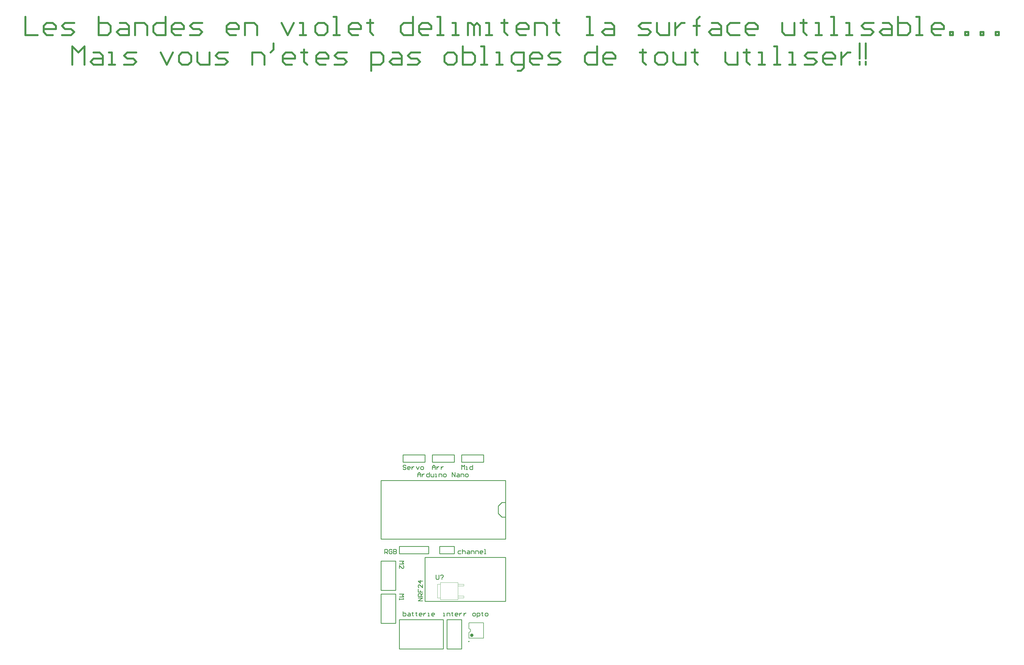
<source format=gto>
G04 Layer_Color=65535*
%FSLAX24Y24*%
%MOIN*%
G70*
G01*
G75*
%ADD25C,0.0236*%
%ADD26C,0.0098*%
%ADD27C,0.0079*%
%ADD28C,0.0039*%
%ADD29C,0.0100*%
%ADD30C,0.0250*%
G54D25*
X4008Y-11150D02*
G03*
X4008Y-11150I-118J0D01*
G01*
G54D26*
X3537Y-12000D02*
G03*
X3537Y-12000I-49J0D01*
G01*
G54D27*
X3496Y-10750D02*
G03*
X3496Y-10250I0J250D01*
G01*
X5504Y-11543D02*
Y-9457D01*
X3496Y-10250D02*
Y-9457D01*
Y-11543D02*
Y-10750D01*
Y-9457D02*
X5504D01*
X3496Y-11543D02*
X5504D01*
G54D28*
X-799Y-4168D02*
X-406D01*
X-799Y-6039D02*
Y-4168D01*
Y-6039D02*
X-406D01*
Y-6295D02*
X1996D01*
Y-3933D01*
X-406D02*
X1996D01*
X-406Y-6295D02*
Y-3933D01*
X1996Y-6039D02*
X2783D01*
X1996Y-5783D02*
X2783D01*
Y-6039D02*
Y-5783D01*
X1996Y-4425D02*
X2783D01*
X1996Y-4169D02*
X2783D01*
Y-4425D02*
Y-4169D01*
G54D29*
X500Y-9000D02*
X2500D01*
Y-13000D02*
Y-9000D01*
X500Y-13000D02*
X2500D01*
X500D02*
Y-9000D01*
X-500Y1000D02*
X1500D01*
X-500Y0D02*
Y1000D01*
Y0D02*
X1500D01*
Y1000D01*
X-8500Y-5500D02*
X-6500D01*
Y-9500D02*
Y-5500D01*
X-8500Y-9500D02*
X-6500D01*
X-8500D02*
Y-5500D01*
Y-1000D02*
X-6500D01*
Y-5000D02*
Y-1000D01*
X-8500Y-5000D02*
X-6500D01*
X-8500D02*
Y-1000D01*
X0Y-13000D02*
Y-9000D01*
X-6000Y-13000D02*
X0D01*
X-6000D02*
Y-9000D01*
X0D01*
X-2000Y0D02*
Y1000D01*
X-6000D02*
X-2000D01*
X-6000Y0D02*
Y1000D01*
Y0D02*
X-2000D01*
X-5500Y12500D02*
Y13500D01*
X-2500D01*
Y12500D02*
Y13500D01*
X-5500Y12500D02*
X-2500D01*
X2500D02*
Y13500D01*
X5500D01*
Y12500D02*
Y13500D01*
X2500Y12500D02*
X5500D01*
X7500Y5500D02*
Y6500D01*
X8000Y7000D01*
X8500D01*
X7500Y5500D02*
X8000Y5000D01*
X8500D01*
X-8500Y10000D02*
X8500D01*
X-8500Y2000D02*
Y10000D01*
Y2000D02*
X8500D01*
Y10000D01*
X-1500Y12500D02*
Y13500D01*
X1500D01*
Y12500D02*
Y13500D01*
X-1500Y12500D02*
X1500D01*
X8500Y-6500D02*
Y-500D01*
X4000D02*
X8500D01*
X2000Y-6500D02*
X8500D01*
X-1000Y-500D02*
X4000D01*
X-2500Y-4500D02*
Y-500D01*
Y-6500D02*
Y-4500D01*
X1000Y-6500D02*
X2000D01*
X-2500D02*
X1000D01*
X-2500Y-500D02*
X-1000D01*
X4100Y-8500D02*
X4300D01*
X4400Y-8400D01*
Y-8200D01*
X4300Y-8100D01*
X4100D01*
X4000Y-8200D01*
Y-8400D01*
X4100Y-8500D01*
X4600Y-8700D02*
Y-8100D01*
X4900D01*
X5000Y-8200D01*
Y-8400D01*
X4900Y-8500D01*
X4600D01*
X5300Y-8000D02*
Y-8100D01*
X5200D01*
X5400D01*
X5300D01*
Y-8400D01*
X5400Y-8500D01*
X5799D02*
X5999D01*
X6099Y-8400D01*
Y-8200D01*
X5999Y-8100D01*
X5799D01*
X5699Y-8200D01*
Y-8400D01*
X5799Y-8500D01*
X-1000Y-2900D02*
Y-3400D01*
X-900Y-3500D01*
X-700D01*
X-600Y-3400D01*
Y-2900D01*
X-400Y-3000D02*
X-300Y-2900D01*
X-100D01*
X-0Y-3000D01*
Y-3100D01*
X-200Y-3300D01*
Y-3400D02*
Y-3500D01*
X0Y-8500D02*
X200D01*
X100D01*
Y-8100D01*
X0D01*
X500Y-8500D02*
Y-8100D01*
X800D01*
X900Y-8200D01*
Y-8500D01*
X1200Y-8000D02*
Y-8100D01*
X1100D01*
X1300D01*
X1200D01*
Y-8400D01*
X1300Y-8500D01*
X1899D02*
X1699D01*
X1599Y-8400D01*
Y-8200D01*
X1699Y-8100D01*
X1899D01*
X1999Y-8200D01*
Y-8300D01*
X1599D01*
X2199Y-8100D02*
Y-8500D01*
Y-8300D01*
X2299Y-8200D01*
X2399Y-8100D01*
X2499D01*
X2799D02*
Y-8500D01*
Y-8300D01*
X2899Y-8200D01*
X2999Y-8100D01*
X3099D01*
X-6000Y-1000D02*
X-5400D01*
X-5600Y-1200D01*
X-5400Y-1400D01*
X-6000D01*
Y-2000D02*
Y-1600D01*
X-5600Y-2000D01*
X-5500D01*
X-5400Y-1900D01*
Y-1700D01*
X-5500Y-1600D01*
X-6000Y-5500D02*
X-5400D01*
X-5600Y-5700D01*
X-5400Y-5900D01*
X-6000D01*
Y-6100D02*
Y-6300D01*
Y-6200D01*
X-5400D01*
X-5500Y-6100D01*
X-5500Y-7900D02*
Y-8500D01*
X-5200D01*
X-5100Y-8400D01*
Y-8300D01*
Y-8200D01*
X-5200Y-8100D01*
X-5500D01*
X-4800D02*
X-4600D01*
X-4500Y-8200D01*
Y-8500D01*
X-4800D01*
X-4900Y-8400D01*
X-4800Y-8300D01*
X-4500D01*
X-4200Y-8000D02*
Y-8100D01*
X-4300D01*
X-4100D01*
X-4200D01*
Y-8400D01*
X-4100Y-8500D01*
X-3701Y-8000D02*
Y-8100D01*
X-3801D01*
X-3601D01*
X-3701D01*
Y-8400D01*
X-3601Y-8500D01*
X-3001D02*
X-3201D01*
X-3301Y-8400D01*
Y-8200D01*
X-3201Y-8100D01*
X-3001D01*
X-2901Y-8200D01*
Y-8300D01*
X-3301D01*
X-2701Y-8100D02*
Y-8500D01*
Y-8300D01*
X-2601Y-8200D01*
X-2501Y-8100D01*
X-2401D01*
X-2101Y-8500D02*
X-1901D01*
X-2001D01*
Y-8100D01*
X-2101D01*
X-1301Y-8500D02*
X-1501D01*
X-1601Y-8400D01*
Y-8200D01*
X-1501Y-8100D01*
X-1301D01*
X-1201Y-8200D01*
Y-8300D01*
X-1601D01*
X-5100Y12000D02*
X-5200Y12100D01*
X-5400D01*
X-5500Y12000D01*
Y11900D01*
X-5400Y11800D01*
X-5200D01*
X-5100Y11700D01*
Y11600D01*
X-5200Y11500D01*
X-5400D01*
X-5500Y11600D01*
X-4600Y11500D02*
X-4800D01*
X-4900Y11600D01*
Y11800D01*
X-4800Y11900D01*
X-4600D01*
X-4500Y11800D01*
Y11700D01*
X-4900D01*
X-4300Y11900D02*
Y11500D01*
Y11700D01*
X-4200Y11800D01*
X-4100Y11900D01*
X-4000D01*
X-3701D02*
X-3501Y11500D01*
X-3301Y11900D01*
X-3001Y11500D02*
X-2801D01*
X-2701Y11600D01*
Y11800D01*
X-2801Y11900D01*
X-3001D01*
X-3101Y11800D01*
Y11600D01*
X-3001Y11500D01*
X-8000Y0D02*
Y600D01*
X-7700D01*
X-7600Y500D01*
Y300D01*
X-7700Y200D01*
X-8000D01*
X-7800D02*
X-7600Y0D01*
X-7000Y500D02*
X-7100Y600D01*
X-7300D01*
X-7400Y500D01*
Y100D01*
X-7300Y0D01*
X-7100D01*
X-7000Y100D01*
Y300D01*
X-7200D01*
X-6800Y600D02*
Y0D01*
X-6500D01*
X-6401Y100D01*
Y200D01*
X-6500Y300D01*
X-6800D01*
X-6500D01*
X-6401Y400D01*
Y500D01*
X-6500Y600D01*
X-6800D01*
X-2845Y-6455D02*
X-3445D01*
X-2845Y-6055D01*
X-3445D01*
X-2845Y-5855D02*
X-3445D01*
Y-5555D01*
X-3345Y-5455D01*
X-3145D01*
X-3045Y-5555D01*
Y-5855D01*
Y-5655D02*
X-2845Y-5455D01*
X-3445Y-4856D02*
Y-5255D01*
X-3145D01*
Y-5055D01*
Y-5255D01*
X-2845D01*
Y-4256D02*
Y-4656D01*
X-3245Y-4256D01*
X-3345D01*
X-3445Y-4356D01*
Y-4556D01*
X-3345Y-4656D01*
X-2845Y-3756D02*
X-3445D01*
X-3145Y-4056D01*
Y-3656D01*
X2500Y11500D02*
Y12100D01*
X2700Y11900D01*
X2900Y12100D01*
Y11500D01*
X3100D02*
X3300D01*
X3200D01*
Y11900D01*
X3100D01*
X4000Y12100D02*
Y11500D01*
X3700D01*
X3600Y11600D01*
Y11800D01*
X3700Y11900D01*
X4000D01*
X2400Y400D02*
X2100D01*
X2000Y300D01*
Y100D01*
X2100Y0D01*
X2400D01*
X2600Y600D02*
Y0D01*
Y300D01*
X2700Y400D01*
X2900D01*
X3000Y300D01*
Y0D01*
X3300Y400D02*
X3500D01*
X3599Y300D01*
Y0D01*
X3300D01*
X3200Y100D01*
X3300Y200D01*
X3599D01*
X3799Y0D02*
Y400D01*
X4099D01*
X4199Y300D01*
Y0D01*
X4399D02*
Y400D01*
X4699D01*
X4799Y300D01*
Y0D01*
X5299D02*
X5099D01*
X4999Y100D01*
Y300D01*
X5099Y400D01*
X5299D01*
X5399Y300D01*
Y200D01*
X4999D01*
X5599Y0D02*
X5799D01*
X5699D01*
Y600D01*
X5599D01*
X-1500Y11500D02*
Y11900D01*
X-1300Y12100D01*
X-1100Y11900D01*
Y11500D01*
Y11800D01*
X-1500D01*
X-900Y11900D02*
Y11500D01*
Y11700D01*
X-800Y11800D01*
X-700Y11900D01*
X-600D01*
X-300D02*
Y11500D01*
Y11700D01*
X-200Y11800D01*
X-100Y11900D01*
X-0D01*
X-3500Y10500D02*
Y10900D01*
X-3300Y11100D01*
X-3100Y10900D01*
Y10500D01*
Y10800D01*
X-3500D01*
X-2900Y10900D02*
Y10500D01*
Y10700D01*
X-2800Y10800D01*
X-2700Y10900D01*
X-2600D01*
X-1901Y11100D02*
Y10500D01*
X-2200D01*
X-2300Y10600D01*
Y10800D01*
X-2200Y10900D01*
X-1901D01*
X-1701D02*
Y10600D01*
X-1601Y10500D01*
X-1301D01*
Y10900D01*
X-1101Y10500D02*
X-901D01*
X-1001D01*
Y10900D01*
X-1101D01*
X-601Y10500D02*
Y10900D01*
X-301D01*
X-201Y10800D01*
Y10500D01*
X99D02*
X299D01*
X399Y10600D01*
Y10800D01*
X299Y10900D01*
X99D01*
X-1Y10800D01*
Y10600D01*
X99Y10500D01*
X1198D02*
Y11100D01*
X1598Y10500D01*
Y11100D01*
X1898Y10900D02*
X2098D01*
X2198Y10800D01*
Y10500D01*
X1898D01*
X1798Y10600D01*
X1898Y10700D01*
X2198D01*
X2398Y10500D02*
Y10900D01*
X2698D01*
X2798Y10800D01*
Y10500D01*
X3098D02*
X3298D01*
X3398Y10600D01*
Y10800D01*
X3298Y10900D01*
X3098D01*
X2998Y10800D01*
Y10600D01*
X3098Y10500D01*
G54D30*
X-50650Y66750D02*
Y69249D01*
X-49817Y68416D01*
X-48984Y69249D01*
Y66750D01*
X-47734Y68416D02*
X-46901D01*
X-46485Y68000D01*
Y66750D01*
X-47734D01*
X-48151Y67167D01*
X-47734Y67583D01*
X-46485D01*
X-45652Y66750D02*
X-44819D01*
X-45235D01*
Y68416D01*
X-45652D01*
X-43569Y66750D02*
X-42319D01*
X-41903Y67167D01*
X-42319Y67583D01*
X-43152D01*
X-43569Y68000D01*
X-43152Y68416D01*
X-41903D01*
X-38571D02*
X-37738Y66750D01*
X-36904Y68416D01*
X-35655Y66750D02*
X-34822D01*
X-34405Y67167D01*
Y68000D01*
X-34822Y68416D01*
X-35655D01*
X-36071Y68000D01*
Y67167D01*
X-35655Y66750D01*
X-33572Y68416D02*
Y67167D01*
X-33156Y66750D01*
X-31906D01*
Y68416D01*
X-31073Y66750D02*
X-29823D01*
X-29407Y67167D01*
X-29823Y67583D01*
X-30656D01*
X-31073Y68000D01*
X-30656Y68416D01*
X-29407D01*
X-26075Y66750D02*
Y68416D01*
X-24825D01*
X-24408Y68000D01*
Y66750D01*
X-23159Y69666D02*
Y68833D01*
X-23575Y68416D01*
X-20660Y66750D02*
X-21493D01*
X-21909Y67167D01*
Y68000D01*
X-21493Y68416D01*
X-20660D01*
X-20243Y68000D01*
Y67583D01*
X-21909D01*
X-18994Y68833D02*
Y68416D01*
X-19410D01*
X-18577D01*
X-18994D01*
Y67167D01*
X-18577Y66750D01*
X-16078D02*
X-16911D01*
X-17327Y67167D01*
Y68000D01*
X-16911Y68416D01*
X-16078D01*
X-15661Y68000D01*
Y67583D01*
X-17327D01*
X-14828Y66750D02*
X-13579D01*
X-13162Y67167D01*
X-13579Y67583D01*
X-14412D01*
X-14828Y68000D01*
X-14412Y68416D01*
X-13162D01*
X-9830Y65917D02*
Y68416D01*
X-8580D01*
X-8164Y68000D01*
Y67167D01*
X-8580Y66750D01*
X-9830D01*
X-6914Y68416D02*
X-6081D01*
X-5665Y68000D01*
Y66750D01*
X-6914D01*
X-7331Y67167D01*
X-6914Y67583D01*
X-5665D01*
X-4831Y66750D02*
X-3582D01*
X-3165Y67167D01*
X-3582Y67583D01*
X-4415D01*
X-4831Y68000D01*
X-4415Y68416D01*
X-3165D01*
X583Y66750D02*
X1417D01*
X1833Y67167D01*
Y68000D01*
X1417Y68416D01*
X583D01*
X167Y68000D01*
Y67167D01*
X583Y66750D01*
X2666Y69249D02*
Y66750D01*
X3916D01*
X4332Y67167D01*
Y67583D01*
Y68000D01*
X3916Y68416D01*
X2666D01*
X5165Y66750D02*
X5998D01*
X5582D01*
Y69249D01*
X5165D01*
X7248Y66750D02*
X8081D01*
X7664D01*
Y68416D01*
X7248D01*
X10164Y65917D02*
X10580D01*
X10997Y66333D01*
Y68416D01*
X9747D01*
X9331Y68000D01*
Y67167D01*
X9747Y66750D01*
X10997D01*
X13079D02*
X12246D01*
X11830Y67167D01*
Y68000D01*
X12246Y68416D01*
X13079D01*
X13496Y68000D01*
Y67583D01*
X11830D01*
X14329Y66750D02*
X15579D01*
X15995Y67167D01*
X15579Y67583D01*
X14746D01*
X14329Y68000D01*
X14746Y68416D01*
X15995D01*
X20993Y69249D02*
Y66750D01*
X19744D01*
X19327Y67167D01*
Y68000D01*
X19744Y68416D01*
X20993D01*
X23076Y66750D02*
X22243D01*
X21827Y67167D01*
Y68000D01*
X22243Y68416D01*
X23076D01*
X23493Y68000D01*
Y67583D01*
X21827D01*
X27241Y68833D02*
Y68416D01*
X26825D01*
X27658D01*
X27241D01*
Y67167D01*
X27658Y66750D01*
X29324D02*
X30157D01*
X30574Y67167D01*
Y68000D01*
X30157Y68416D01*
X29324D01*
X28908Y68000D01*
Y67167D01*
X29324Y66750D01*
X31407Y68416D02*
Y67167D01*
X31823Y66750D01*
X33073D01*
Y68416D01*
X34323Y68833D02*
Y68416D01*
X33906D01*
X34739D01*
X34323D01*
Y67167D01*
X34739Y66750D01*
X38488Y68416D02*
Y67167D01*
X38904Y66750D01*
X40154D01*
Y68416D01*
X41404Y68833D02*
Y68416D01*
X40987D01*
X41820D01*
X41404D01*
Y67167D01*
X41820Y66750D01*
X43070D02*
X43903D01*
X43486D01*
Y68416D01*
X43070D01*
X45152Y66750D02*
X45985D01*
X45569D01*
Y69249D01*
X45152D01*
X47235Y66750D02*
X48068D01*
X47652D01*
Y68416D01*
X47235D01*
X49318Y66750D02*
X50567D01*
X50984Y67167D01*
X50567Y67583D01*
X49734D01*
X49318Y68000D01*
X49734Y68416D01*
X50984D01*
X53066Y66750D02*
X52233D01*
X51817Y67167D01*
Y68000D01*
X52233Y68416D01*
X53066D01*
X53483Y68000D01*
Y67583D01*
X51817D01*
X54316Y68416D02*
Y66750D01*
Y67583D01*
X54733Y68000D01*
X55149Y68416D01*
X55566D01*
X56815Y67583D02*
Y69666D01*
Y67167D02*
Y66750D01*
X57648Y67583D02*
Y69666D01*
Y67167D02*
Y66750D01*
X-57050Y73299D02*
Y70800D01*
X-55384D01*
X-53301D02*
X-54134D01*
X-54551Y71217D01*
Y72050D01*
X-54134Y72466D01*
X-53301D01*
X-52885Y72050D01*
Y71633D01*
X-54551D01*
X-52052Y70800D02*
X-50802D01*
X-50385Y71217D01*
X-50802Y71633D01*
X-51635D01*
X-52052Y72050D01*
X-51635Y72466D01*
X-50385D01*
X-47053Y73299D02*
Y70800D01*
X-45804D01*
X-45387Y71217D01*
Y71633D01*
Y72050D01*
X-45804Y72466D01*
X-47053D01*
X-44138D02*
X-43304D01*
X-42888Y72050D01*
Y70800D01*
X-44138D01*
X-44554Y71217D01*
X-44138Y71633D01*
X-42888D01*
X-42055Y70800D02*
Y72466D01*
X-40805D01*
X-40389Y72050D01*
Y70800D01*
X-37890Y73299D02*
Y70800D01*
X-39139D01*
X-39556Y71217D01*
Y72050D01*
X-39139Y72466D01*
X-37890D01*
X-35807Y70800D02*
X-36640D01*
X-37056Y71217D01*
Y72050D01*
X-36640Y72466D01*
X-35807D01*
X-35390Y72050D01*
Y71633D01*
X-37056D01*
X-34557Y70800D02*
X-33308D01*
X-32891Y71217D01*
X-33308Y71633D01*
X-34141D01*
X-34557Y72050D01*
X-34141Y72466D01*
X-32891D01*
X-28309Y70800D02*
X-29142D01*
X-29559Y71217D01*
Y72050D01*
X-29142Y72466D01*
X-28309D01*
X-27893Y72050D01*
Y71633D01*
X-29559D01*
X-27060Y70800D02*
Y72466D01*
X-25810D01*
X-25394Y72050D01*
Y70800D01*
X-22061Y72466D02*
X-21228Y70800D01*
X-20395Y72466D01*
X-19562Y70800D02*
X-18729D01*
X-19146D01*
Y72466D01*
X-19562D01*
X-17063Y70800D02*
X-16230D01*
X-15813Y71217D01*
Y72050D01*
X-16230Y72466D01*
X-17063D01*
X-17479Y72050D01*
Y71217D01*
X-17063Y70800D01*
X-14980D02*
X-14147D01*
X-14564D01*
Y73299D01*
X-14980D01*
X-11648Y70800D02*
X-12481D01*
X-12898Y71217D01*
Y72050D01*
X-12481Y72466D01*
X-11648D01*
X-11231Y72050D01*
Y71633D01*
X-12898D01*
X-9982Y72883D02*
Y72466D01*
X-10398D01*
X-9565D01*
X-9982D01*
Y71217D01*
X-9565Y70800D01*
X-4150Y73299D02*
Y70800D01*
X-5400D01*
X-5817Y71217D01*
Y72050D01*
X-5400Y72466D01*
X-4150D01*
X-2068Y70800D02*
X-2901D01*
X-3317Y71217D01*
Y72050D01*
X-2901Y72466D01*
X-2068D01*
X-1651Y72050D01*
Y71633D01*
X-3317D01*
X-818Y70800D02*
X15D01*
X-402D01*
Y73299D01*
X-818D01*
X1264Y70800D02*
X2098D01*
X1681D01*
Y72466D01*
X1264D01*
X3347Y70800D02*
Y72466D01*
X3764D01*
X4180Y72050D01*
Y70800D01*
Y72050D01*
X4597Y72466D01*
X5013Y72050D01*
Y70800D01*
X5846D02*
X6679D01*
X6263D01*
Y72466D01*
X5846D01*
X8346Y72883D02*
Y72466D01*
X7929D01*
X8762D01*
X8346D01*
Y71217D01*
X8762Y70800D01*
X11261D02*
X10428D01*
X10012Y71217D01*
Y72050D01*
X10428Y72466D01*
X11261D01*
X11678Y72050D01*
Y71633D01*
X10012D01*
X12511Y70800D02*
Y72466D01*
X13760D01*
X14177Y72050D01*
Y70800D01*
X15427Y72883D02*
Y72466D01*
X15010D01*
X15843D01*
X15427D01*
Y71217D01*
X15843Y70800D01*
X19592D02*
X20425D01*
X20008D01*
Y73299D01*
X19592D01*
X22091Y72466D02*
X22924D01*
X23341Y72050D01*
Y70800D01*
X22091D01*
X21675Y71217D01*
X22091Y71633D01*
X23341D01*
X26673Y70800D02*
X27923D01*
X28339Y71217D01*
X27923Y71633D01*
X27089D01*
X26673Y72050D01*
X27089Y72466D01*
X28339D01*
X29172D02*
Y71217D01*
X29589Y70800D01*
X30838D01*
Y72466D01*
X31671D02*
Y70800D01*
Y71633D01*
X32088Y72050D01*
X32504Y72466D01*
X32921D01*
X34587Y70800D02*
Y72883D01*
Y72050D01*
X34171D01*
X35004D01*
X34587D01*
Y72883D01*
X35004Y73299D01*
X36670Y72466D02*
X37503D01*
X37919Y72050D01*
Y70800D01*
X36670D01*
X36253Y71217D01*
X36670Y71633D01*
X37919D01*
X40418Y72466D02*
X39169D01*
X38752Y72050D01*
Y71217D01*
X39169Y70800D01*
X40418D01*
X42501D02*
X41668D01*
X41252Y71217D01*
Y72050D01*
X41668Y72466D01*
X42501D01*
X42918Y72050D01*
Y71633D01*
X41252D01*
X46250Y72466D02*
Y71217D01*
X46666Y70800D01*
X47916D01*
Y72466D01*
X49166Y72883D02*
Y72466D01*
X48749D01*
X49582D01*
X49166D01*
Y71217D01*
X49582Y70800D01*
X50832D02*
X51665D01*
X51248D01*
Y72466D01*
X50832D01*
X52914Y70800D02*
X53748D01*
X53331D01*
Y73299D01*
X52914D01*
X54997Y70800D02*
X55830D01*
X55414D01*
Y72466D01*
X54997D01*
X57080Y70800D02*
X58329D01*
X58746Y71217D01*
X58329Y71633D01*
X57496D01*
X57080Y72050D01*
X57496Y72466D01*
X58746D01*
X59995D02*
X60829D01*
X61245Y72050D01*
Y70800D01*
X59995D01*
X59579Y71217D01*
X59995Y71633D01*
X61245D01*
X62078Y73299D02*
Y70800D01*
X63328D01*
X63744Y71217D01*
Y71633D01*
Y72050D01*
X63328Y72466D01*
X62078D01*
X64577Y70800D02*
X65410D01*
X64994D01*
Y73299D01*
X64577D01*
X67910Y70800D02*
X67077D01*
X66660Y71217D01*
Y72050D01*
X67077Y72466D01*
X67910D01*
X68326Y72050D01*
Y71633D01*
X66660D01*
X69159Y70800D02*
Y71217D01*
X69576D01*
Y70800D01*
X69159D01*
X71242D02*
Y71217D01*
X71658D01*
Y70800D01*
X71242D01*
X73325D02*
Y71217D01*
X73741D01*
Y70800D01*
X73325D01*
X75407D02*
Y71217D01*
X75824D01*
Y70800D01*
X75407D01*
M02*

</source>
